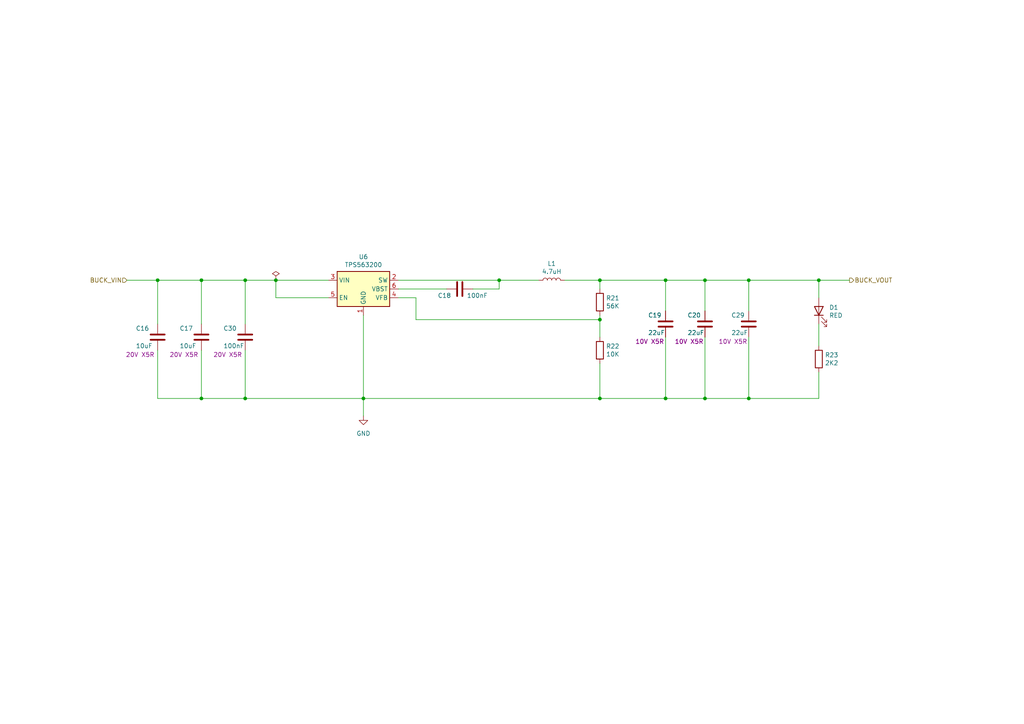
<source format=kicad_sch>
(kicad_sch (version 20230121) (generator eeschema)
  (paper "A4")
  (title_block (title "PSU - TPS563200 Buck Regulator") (date "2021-06-05") (rev "B") (company "Created by C Sutton"))
  (lib_symbols
    (symbol "Device:C" (pin_numbers hide) (pin_names (offset 0.254))
      (property "Reference" "C" (at 0.635 2.54 0))
      (property "Value" "C" (at 0.635 -2.54 0))
      (symbol "C_0_1"
        (polyline (pts (xy -2.032 -0.762) (xy 2.032 -0.762)) (stroke (width 0.508)))
        (polyline (pts (xy -2.032 0.762) (xy 2.032 0.762)) (stroke (width 0.508)))
      )
      (symbol "C_1_1"
        (pin passive line (at 0 3.81 270) (length 2.794) (name "~") (number "1"))
        (pin passive line (at 0 -3.81 90) (length 2.794) (name "~") (number "2"))
      )
    )
    (symbol "Device:L" (pin_numbers hide) (pin_names (offset 1.016) hide)
      (property "Reference" "L" (at -1.27 0 90))
      (property "Value" "L" (at 1.905 0 90))
      (symbol "L_0_1"
        (arc (start 0 -2.54) (mid 0.6323 -1.905) (end 0 -1.27))
        (arc (start 0 -1.27) (mid 0.6323 -0.635) (end 0 0))
        (arc (start 0 0) (mid 0.6323 0.635) (end 0 1.27))
        (arc (start 0 1.27) (mid 0.6323 1.905) (end 0 2.54))
      )
      (symbol "L_1_1"
        (pin passive line (at 0 3.81 270) (length 1.27) (name "1") (number "1"))
        (pin passive line (at 0 -3.81 90) (length 1.27) (name "2") (number "2"))
      )
    )
    (symbol "Device:LED" (pin_numbers hide) (pin_names (offset 1.016) hide)
      (property "Reference" "D" (at 0 2.54 0))
      (property "Value" "LED" (at 0 -2.54 0))
      (symbol "LED_0_1"
        (polyline (pts (xy -1.27 -1.27) (xy -1.27 1.27)) (stroke (width 0.254)))
        (polyline (pts (xy -1.27 0) (xy 1.27 0)))
        (polyline (pts (xy 1.27 -1.27) (xy 1.27 1.27) (xy -1.27 0) (xy 1.27 -1.27)) (stroke (width 0.254)))
        (polyline (pts (xy -3.048 -0.762) (xy -4.572 -2.286) (xy -3.81 -2.286) (xy -4.572 -2.286) (xy -4.572 -1.524)))
        (polyline (pts (xy -1.778 -0.762) (xy -3.302 -2.286) (xy -2.54 -2.286) (xy -3.302 -2.286) (xy -3.302 -1.524)))
      )
      (symbol "LED_1_1"
        (pin passive line (at -3.81 0 0) (length 2.54) (name "K") (number "1"))
        (pin passive line (at 3.81 0 180) (length 2.54) (name "A") (number "2"))
      )
    )
    (symbol "Device:R" (pin_numbers hide) (pin_names (offset 0))
      (property "Reference" "R" (at 2.032 0 90))
      (property "Value" "R" (at 0 0 90))
      (symbol "R_0_1"
        (rectangle (start -1.016 -2.54) (end 1.016 2.54) (stroke (width 0.254)))
      )
      (symbol "R_1_1"
        (pin passive line (at 0 3.81 270) (length 1.27) (name "~") (number "1"))
        (pin passive line (at 0 -3.81 90) (length 1.27) (name "~") (number "2"))
      )
    )
    (symbol "Regulator_Switching:TPS563200"
      (property "Reference" "U" (at -7.62 6.35 0))
      (property "Value" "TPS563200" (at -2.54 6.35 0))
      (symbol "TPS563200_0_1"
        (rectangle (start -7.62 5.08) (end 7.62 -5.08) (stroke (width 0.254)) (fill (type background)))
      )
      (symbol "TPS563200_1_1"
        (pin power_in line (at 0 -7.62 90) (length 2.54) (name "GND") (number "1"))
        (pin output line (at 10.16 2.54 180) (length 2.54) (name "SW") (number "2"))
        (pin power_in line (at -10.16 2.54 0) (length 2.54) (name "VIN") (number "3"))
        (pin input line (at 10.16 -2.54 180) (length 2.54) (name "VFB") (number "4"))
        (pin input line (at -10.16 -2.54 0) (length 2.54) (name "EN") (number "5"))
        (pin passive line (at 10.16 0 180) (length 2.54) (name "VBST") (number "6"))
      )
    )
    (symbol "power:GND" (power) (pin_names (offset 0))
      (property "Value" "GND" (at 0 -3.81 0))
      (symbol "GND_0_1"
        (polyline (pts (xy 0 0) (xy 0 -1.27) (xy 1.27 -1.27) (xy 0 -2.54) (xy -1.27 -1.27) (xy 0 -1.27)))
      )
      (symbol "GND_1_1"
        (pin power_in line (at 0 0 270) (length 0) hide (name "GND") (number "1"))
      )
    )
    (symbol "power:PWR_FLAG" (power) (pin_numbers hide) (pin_names (offset 0) hide)
      (property "Value" "PWR_FLAG" (at 0 3.81 0))
      (symbol "PWR_FLAG_0_0"
        (pin power_out line (at 0 0 90) (length 0) (name "pwr") (number "1"))
      )
      (symbol "PWR_FLAG_0_1"
        (polyline (pts (xy 0 0) (xy 0 1.27) (xy -1.016 1.905) (xy 0 2.54) (xy 1.016 1.905) (xy 0 1.27)))
      )
    )
  )
  (junction (at 237.49 81.28))
  (junction (at 45.72 81.28))
  (junction (at 204.47 81.28))
  (junction (at 144.78 81.28))
  (junction (at 217.17 115.57))
  (junction (at 105.41 115.57))
  (junction (at 173.99 92.71))
  (junction (at 173.99 115.57))
  (junction (at 80.01 81.28))
  (junction (at 58.42 81.28))
  (junction (at 58.42 115.57))
  (junction (at 71.12 115.57))
  (junction (at 71.12 81.28))
  (junction (at 204.47 115.57))
  (junction (at 217.17 81.28))
  (junction (at 193.04 81.28))
  (junction (at 193.04 115.57))
  (junction (at 173.99 81.28))
  (wire (pts (xy 80.01 86.36) (xy 80.01 81.28)))
  (wire (pts (xy 115.57 83.82) (xy 129.54 83.82)))
  (wire (pts (xy 71.12 81.28) (xy 80.01 81.28)))
  (wire (pts (xy 193.04 97.79) (xy 193.04 115.57)))
  (wire (pts (xy 173.99 105.41) (xy 173.99 115.57)))
  (wire (pts (xy 173.99 81.28) (xy 193.04 81.28)))
  (wire (pts (xy 173.99 115.57) (xy 193.04 115.57)))
  (wire (pts (xy 45.72 101.6) (xy 45.72 115.57)))
  (wire (pts (xy 217.17 81.28) (xy 217.17 90.17)))
  (wire (pts (xy 120.65 92.71) (xy 120.65 86.36)))
  (wire (pts (xy 204.47 81.28) (xy 217.17 81.28)))
  (wire (pts (xy 45.72 81.28) (xy 36.83 81.28)))
  (wire (pts (xy 204.47 115.57) (xy 217.17 115.57)))
  (wire (pts (xy 71.12 81.28) (xy 71.12 93.98)))
  (wire (pts (xy 115.57 81.28) (xy 144.78 81.28)))
  (wire (pts (xy 217.17 97.79) (xy 217.17 115.57)))
  (wire (pts (xy 144.78 83.82) (xy 144.78 81.28)))
  (wire (pts (xy 237.49 86.36) (xy 237.49 81.28)))
  (wire (pts (xy 105.41 91.44) (xy 105.41 115.57)))
  (wire (pts (xy 173.99 92.71) (xy 173.99 91.44)))
  (wire (pts (xy 45.72 81.28) (xy 58.42 81.28)))
  (wire (pts (xy 144.78 81.28) (xy 156.21 81.28)))
  (wire (pts (xy 237.49 107.95) (xy 237.49 115.57)))
  (wire (pts (xy 45.72 93.98) (xy 45.72 81.28)))
  (wire (pts (xy 217.17 81.28) (xy 237.49 81.28)))
  (wire (pts (xy 95.25 86.36) (xy 80.01 86.36)))
  (wire (pts (xy 204.47 81.28) (xy 204.47 90.17)))
  (wire (pts (xy 237.49 81.28) (xy 246.38 81.28)))
  (wire (pts (xy 193.04 115.57) (xy 204.47 115.57)))
  (wire (pts (xy 173.99 115.57) (xy 105.41 115.57)))
  (wire (pts (xy 173.99 92.71) (xy 120.65 92.71)))
  (wire (pts (xy 45.72 115.57) (xy 58.42 115.57)))
  (wire (pts (xy 120.65 86.36) (xy 115.57 86.36)))
  (wire (pts (xy 204.47 97.79) (xy 204.47 115.57)))
  (wire (pts (xy 95.25 81.28) (xy 80.01 81.28)))
  (wire (pts (xy 58.42 115.57) (xy 71.12 115.57)))
  (wire (pts (xy 71.12 101.6) (xy 71.12 115.57)))
  (wire (pts (xy 58.42 81.28) (xy 71.12 81.28)))
  (wire (pts (xy 163.83 81.28) (xy 173.99 81.28)))
  (wire (pts (xy 58.42 93.98) (xy 58.42 81.28)))
  (wire (pts (xy 173.99 81.28) (xy 173.99 83.82)))
  (wire (pts (xy 237.49 100.33) (xy 237.49 93.98)))
  (wire (pts (xy 193.04 81.28) (xy 193.04 90.17)))
  (wire (pts (xy 193.04 81.28) (xy 204.47 81.28)))
  (wire (pts (xy 105.41 115.57) (xy 105.41 120.65)))
  (wire (pts (xy 173.99 97.79) (xy 173.99 92.71)))
  (wire (pts (xy 71.12 115.57) (xy 105.41 115.57)))
  (wire (pts (xy 137.16 83.82) (xy 144.78 83.82)))
  (wire (pts (xy 58.42 101.6) (xy 58.42 115.57)))
  (wire (pts (xy 217.17 115.57) (xy 237.49 115.57)))
  (hierarchical_label "BUCK_VIN" (shape input) (at 36.83 81.28 180))
  (hierarchical_label "BUCK_VOUT" (shape output) (at 246.38 81.28 0))
  (symbol (lib_id "Regulator_Switching:TPS563200") (at 105.41 83.82 0) (unit 1)
    (property "Reference" "U6" (at 105.41 74.4982 0))
    (property "Value" "TPS563200" (at 105.41 76.8096 0))
    (property "Footprint" "Package_TO_SOT_SMD:SOT-23-6" (effects hide))
    (property "Datasheet" "${KIPRJMOD}/../../hw/datasheets/tps563200.pdf" (effects hide))
  )
  (symbol (lib_id "Device:C") (at 45.72 97.79 0) (unit 1)
    (property "Reference" "C16" (at 39.37 95.25 0) (effects (justify left)))
    (property "Value" "10uF" (at 39.37 100.33 0) (effects (justify left)))
    (property "Footprint" "Resistor_SMD:R_1206_3216Metric_Pad1.30x1.75mm_HandSolder" (effects hide))
    (property "Addtional" "20V X5R" (at 40.64 102.87 0))
  )
  (symbol (lib_id "Device:L") (at 160.02 81.28 90) (unit 1)
    (property "Reference" "L1" (at 160.02 76.454 90))
    (property "Value" "4.7uH" (at 160.02 78.7654 90))
    (property "Footprint" "Inductor_SMD:L_Taiyo-Yuden_NR-80xx_HandSoldering" (effects hide))
    (property "Datasheet" "${KIPRJMOD}/../../docs/datasheet/2108131830_SXN-Shun-Xiang-Nuo-Elec-SMNR6028-4R7MT_C266428.pdf" (effects hide))
    (property "LcscNo" "C266428" (effects hide))
  )
  (symbol (lib_id "Device:C") (at 133.35 83.82 90) (unit 1)
    (property "Reference" "C18" (at 128.905 85.725 90))
    (property "Value" "100nF" (at 138.43 85.725 90))
    (property "Footprint" "Capacitor_SMD:C_0805_2012Metric_Pad1.18x1.45mm_HandSolder" (effects hide))
  )
  (symbol (lib_id "Device:R") (at 173.99 87.63 0) (unit 1)
    (property "Reference" "R21" (at 175.768 86.4616 0) (effects (justify left)))
    (property "Value" "56K" (at 175.768 88.773 0) (effects (justify left)))
    (property "Footprint" "Resistor_SMD:R_0805_2012Metric_Pad1.20x1.40mm_HandSolder" (effects hide))
  )
  (symbol (lib_id "Device:R") (at 173.99 101.6 0) (unit 1)
    (property "Reference" "R22" (at 175.768 100.4316 0) (effects (justify left)))
    (property "Value" "10K" (at 175.768 102.743 0) (effects (justify left)))
    (property "Footprint" "Resistor_SMD:R_0805_2012Metric_Pad1.20x1.40mm_HandSolder" (effects hide))
  )
  (symbol (lib_id "Device:C") (at 193.04 93.98 0) (unit 1)
    (property "Reference" "C19" (at 187.96 91.44 0) (effects (justify left)))
    (property "Value" "22uF" (at 187.96 96.52 0) (effects (justify left)))
    (property "Footprint" "Resistor_SMD:R_1206_3216Metric_Pad1.30x1.75mm_HandSolder" (effects hide))
    (property "Additional" " 10V X5R" (at 187.96 99.06 0))
  )
  (symbol (lib_id "Device:LED") (at 237.49 90.17 90) (unit 1)
    (property "Reference" "D1" (at 240.4872 89.1794 90) (effects (justify right)))
    (property "Value" "RED" (at 240.4872 91.4908 90) (effects (justify right)))
    (property "Footprint" "LED_SMD:LED_0805_2012Metric_Pad1.15x1.40mm_HandSolder" (effects hide))
    (property "LcscNo" "C2293" (effects hide))
  )
  (symbol (lib_id "Device:R") (at 237.49 104.14 0) (unit 1)
    (property "Reference" "R23" (at 239.268 102.9716 0) (effects (justify left)))
    (property "Value" "2K2" (at 239.268 105.283 0) (effects (justify left)))
    (property "Footprint" "Resistor_SMD:R_0805_2012Metric_Pad1.20x1.40mm_HandSolder" (effects hide))
  )
  (symbol (lib_id "Device:C") (at 58.42 97.79 0) (unit 1)
    (property "Reference" "C17" (at 52.07 95.25 0) (effects (justify left)))
    (property "Value" "10uF" (at 52.07 100.33 0) (effects (justify left)))
    (property "Footprint" "Resistor_SMD:R_1206_3216Metric_Pad1.30x1.75mm_HandSolder" (effects hide))
    (property "Addtional" "20V X5R" (at 53.34 102.87 0))
  )
  (symbol (lib_id "power:GND") (at 105.41 120.65 0) (unit 1)
    (property "Reference" "#PWR066" (effects hide))
    (property "Value" "GND" (at 105.41 125.73 0))
  )
  (symbol (lib_id "Device:C") (at 217.17 93.98 0) (unit 1)
    (property "Reference" "C29" (at 212.09 91.44 0) (effects (justify left)))
    (property "Value" "22uF" (at 212.09 96.52 0) (effects (justify left)))
    (property "Footprint" "Resistor_SMD:R_1206_3216Metric_Pad1.30x1.75mm_HandSolder" (effects hide))
    (property "Additional" " 10V X5R" (at 212.09 99.06 0))
  )
  (symbol (lib_id "Device:C") (at 71.12 97.79 0) (unit 1)
    (property "Reference" "C30" (at 64.77 95.25 0) (effects (justify left)))
    (property "Value" "100nF" (at 64.77 100.33 0) (effects (justify left)))
    (property "Footprint" "Resistor_SMD:R_1206_3216Metric_Pad1.30x1.75mm_HandSolder" (effects hide))
    (property "Addtional" "20V X5R" (at 66.04 102.87 0))
  )
  (symbol (lib_id "Device:C") (at 204.47 93.98 0) (unit 1)
    (property "Reference" "C20" (at 199.39 91.44 0) (effects (justify left)))
    (property "Value" "22uF" (at 199.39 96.52 0) (effects (justify left)))
    (property "Footprint" "Resistor_SMD:R_1206_3216Metric_Pad1.30x1.75mm_HandSolder" (effects hide))
    (property "Additional" " 10V X5R" (at 199.39 99.06 0))
  )
  (symbol (lib_id "power:PWR_FLAG") (at 80.01 81.28 0) (unit 1)
    (property "Reference" "#FLG08" (effects hide))
    (property "Value" "PWR_FLAG" (effects hide))
    (instances (project "adsr_vca_fx" (path "" (reference "#FLG08") (unit 1)) (path "" (reference "#FLG06") (unit 1))) (project "mxr_microamp" (path "" (reference "#FLG08") (unit 1))))
  )
)
</source>
